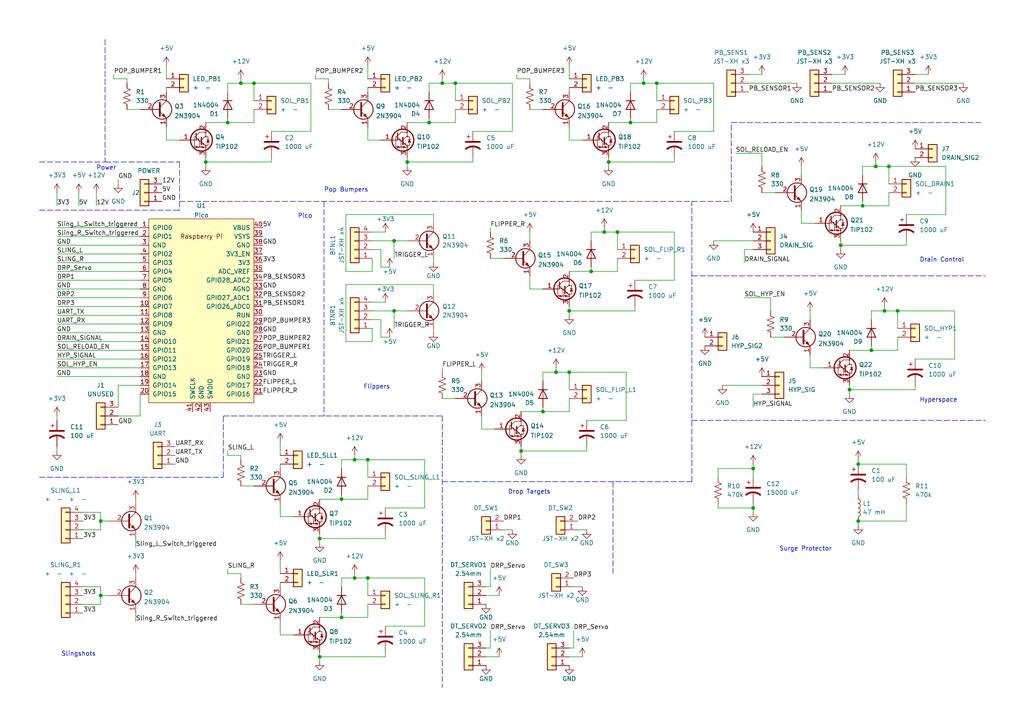
<source format=kicad_sch>
(kicad_sch (version 20211123) (generator eeschema)
  (paper "A4")
  (lib_symbols
    (symbol "Connector_Generic:Conn_01x02" (pin_names (offset 1.016) hide)
      (property "Reference" "J" (at 0 2.54 0))
      (property "Value" "Conn_01x02" (at 0 -5.08 0))
      (symbol "Conn_01x02_1_1"
        (pin passive line (at -5.08 0 0) (length 3.81) (name "Pin_1") (number "1"))
        (pin passive line (at -5.08 -2.54 0) (length 3.81) (name "Pin_2") (number "2"))
      )
    )
    (symbol "Connector_Generic:Conn_01x03" (pin_names (offset 1.016) hide)
      (property "Reference" "J" (at 0 5.08 0))
      (property "Value" "Conn_01x03" (at 0 -5.08 0))
      (symbol "Conn_01x03_1_1"
        (pin passive line (at -5.08 2.54 0) (length 3.81) (name "Pin_1") (number "1"))
        (pin passive line (at -5.08 0 0) (length 3.81) (name "Pin_2") (number "2"))
        (pin passive line (at -5.08 -2.54 0) (length 3.81) (name "Pin_3") (number "3"))
      )
    )
    (symbol "Connector_Generic:Conn_01x04" (pin_names (offset 1.016) hide)
      (property "Reference" "J" (at 0 5.08 0))
      (property "Value" "Conn_01x04" (at 0 -7.62 0))
      (symbol "Conn_01x04_1_1"
        (pin passive line (at -5.08 2.54 0) (length 3.81) (name "Pin_1") (number "1"))
        (pin passive line (at -5.08 0 0) (length 3.81) (name "Pin_2") (number "2"))
        (pin passive line (at -5.08 -2.54 0) (length 3.81) (name "Pin_3") (number "3"))
        (pin passive line (at -5.08 -5.08 0) (length 3.81) (name "Pin_4") (number "4"))
      )
    )
    (symbol "Device:C_Polarized_US" (pin_numbers hide) (pin_names (offset 0.254) hide)
      (property "Reference" "C" (at 0.635 2.54 0))
      (property "Value" "C_Polarized_US" (at 0.635 -2.54 0))
      (symbol "C_Polarized_US_1_1"
        (pin passive line (at 0 3.81 270) (length 2.794) (name "~") (number "1"))
        (pin passive line (at 0 -3.81 90) (length 3.302) (name "~") (number "2"))
      )
    )
    (symbol "Device:L" (pin_numbers hide) (pin_names (offset 1.016) hide)
      (property "Reference" "L" (at -1.27 0 90))
      (property "Value" "L" (at 1.905 0 90))
      (symbol "L_1_1"
        (pin passive line (at 0 3.81 270) (length 1.27) (name "1") (number "1"))
        (pin passive line (at 0 -3.81 90) (length 1.27) (name "2") (number "2"))
      )
    )
    (symbol "Device:R_US" (pin_numbers hide) (pin_names (offset 0))
      (property "Reference" "R" (at 2.54 0 90))
      (property "Value" "R_US" (at -2.54 0 90))
      (symbol "R_US_1_1"
        (pin passive line (at 0 3.81 270) (length 1.27) (name "~") (number "1"))
        (pin passive line (at 0 -3.81 90) (length 1.27) (name "~") (number "2"))
      )
    )
    (symbol "Diode:1N4004" (pin_numbers hide) (pin_names (offset 1.016) hide)
      (property "Reference" "D" (at 0 2.54 0))
      (property "Value" "1N4004" (at 0 -2.54 0))
      (symbol "1N4004_1_1"
        (pin passive line (at -3.81 0 0) (length 2.54) (name "K") (number "1"))
        (pin passive line (at 3.81 0 180) (length 2.54) (name "A") (number "2"))
      )
    )
    (symbol "Raspberry-Pi:Pico" (pin_names (offset 1.016))
      (property "Reference" "U" (at -13.97 27.94 0))
      (property "Value" "Pico" (at 0 19.05 0))
      (symbol "Pico_0_0"
        (text "Raspberry Pi" (at 0 21.59 0) (effects (font (size 1.27 1.27))))
      )
      (symbol "Pico_1_1"
        (pin bidirectional line (at -17.78 24.13 0) (length 2.54) (name "GPIO0") (number "1"))
        (pin bidirectional line (at -17.78 1.27 0) (length 2.54) (name "GPIO7") (number "10"))
        (pin bidirectional line (at -17.78 -1.27 0) (length 2.54) (name "GPIO8") (number "11"))
        (pin bidirectional line (at -17.78 -3.81 0) (length 2.54) (name "GPIO9") (number "12"))
        (pin power_in line (at -17.78 -6.35 0) (length 2.54) (name "GND") (number "13"))
        (pin bidirectional line (at -17.78 -8.89 0) (length 2.54) (name "GPIO10") (number "14"))
        (pin bidirectional line (at -17.78 -11.43 0) (length 2.54) (name "GPIO11") (number "15"))
        (pin bidirectional line (at -17.78 -13.97 0) (length 2.54) (name "GPIO12") (number "16"))
        (pin bidirectional line (at -17.78 -16.51 0) (length 2.54) (name "GPIO13") (number "17"))
        (pin power_in line (at -17.78 -19.05 0) (length 2.54) (name "GND") (number "18"))
        (pin bidirectional line (at -17.78 -21.59 0) (length 2.54) (name "GPIO14") (number "19"))
        (pin bidirectional line (at -17.78 21.59 0) (length 2.54) (name "GPIO1") (number "2"))
        (pin bidirectional line (at -17.78 -24.13 0) (length 2.54) (name "GPIO15") (number "20"))
        (pin bidirectional line (at 17.78 -24.13 180) (length 2.54) (name "GPIO16") (number "21"))
        (pin bidirectional line (at 17.78 -21.59 180) (length 2.54) (name "GPIO17") (number "22"))
        (pin power_in line (at 17.78 -19.05 180) (length 2.54) (name "GND") (number "23"))
        (pin bidirectional line (at 17.78 -16.51 180) (length 2.54) (name "GPIO18") (number "24"))
        (pin bidirectional line (at 17.78 -13.97 180) (length 2.54) (name "GPIO19") (number "25"))
        (pin bidirectional line (at 17.78 -11.43 180) (length 2.54) (name "GPIO20") (number "26"))
        (pin bidirectional line (at 17.78 -8.89 180) (length 2.54) (name "GPIO21") (number "27"))
        (pin power_in line (at 17.78 -6.35 180) (length 2.54) (name "GND") (number "28"))
        (pin bidirectional line (at 17.78 -3.81 180) (length 2.54) (name "GPIO22") (number "29"))
        (pin power_in line (at -17.78 19.05 0) (length 2.54) (name "GND") (number "3"))
        (pin input line (at 17.78 -1.27 180) (length 2.54) (name "RUN") (number "30"))
        (pin bidirectional line (at 17.78 1.27 180) (length 2.54) (name "GPIO26_ADC0") (number "31"))
        (pin bidirectional line (at 17.78 3.81 180) (length 2.54) (name "GPIO27_ADC1") (number "32"))
        (pin power_in line (at 17.78 6.35 180) (length 2.54) (name "AGND") (number "33"))
        (pin bidirectional line (at 17.78 8.89 180) (length 2.54) (name "GPIO28_ADC2") (number "34"))
        (pin unspecified line (at 17.78 11.43 180) (length 2.54) (name "ADC_VREF") (number "35"))
        (pin unspecified line (at 17.78 13.97 180) (length 2.54) (name "3V3") (number "36"))
        (pin input line (at 17.78 16.51 180) (length 2.54) (name "3V3_EN") (number "37"))
        (pin bidirectional line (at 17.78 19.05 180) (length 2.54) (name "GND") (number "38"))
        (pin unspecified line (at 17.78 21.59 180) (length 2.54) (name "VSYS") (number "39"))
        (pin bidirectional line (at -17.78 16.51 0) (length 2.54) (name "GPIO2") (number "4"))
        (pin unspecified line (at 17.78 24.13 180) (length 2.54) (name "VBUS") (number "40"))
        (pin input line (at -2.54 -29.21 90) (length 2.54) (name "SWCLK") (number "41"))
        (pin power_in line (at 0 -29.21 90) (length 2.54) (name "GND") (number "42"))
        (pin bidirectional line (at 2.54 -29.21 90) (length 2.54) (name "SWDIO") (number "43"))
        (pin bidirectional line (at -17.78 13.97 0) (length 2.54) (name "GPIO3") (number "5"))
        (pin bidirectional line (at -17.78 11.43 0) (length 2.54) (name "GPIO4") (number "6"))
        (pin bidirectional line (at -17.78 8.89 0) (length 2.54) (name "GPIO5") (number "7"))
        (pin power_in line (at -17.78 6.35 0) (length 2.54) (name "GND") (number "8"))
        (pin bidirectional line (at -17.78 3.81 0) (length 2.54) (name "GPIO6") (number "9"))
      )
    )
    (symbol "Transistor_BJT:2N3904" (pin_names (offset 0) hide)
      (property "Reference" "Q" (at 5.08 1.905 0))
      (property "Value" "2N3904" (at 5.08 0 0))
      (symbol "2N3904_1_1"
        (pin passive line (at 2.54 -5.08 90) (length 2.54) (name "E") (number "1"))
        (pin passive line (at -5.08 0 0) (length 5.715) (name "B") (number "2"))
        (pin passive line (at 2.54 5.08 270) (length 2.54) (name "C") (number "3"))
      )
    )
    (symbol "Transistor_BJT:TIP120" (pin_names (offset 0) hide)
      (property "Reference" "Q" (at 5.08 1.905 0))
      (property "Value" "TIP120" (at 5.08 0 0))
      (symbol "TIP120_1_1"
        (pin input line (at -5.08 0 0) (length 3.81) (name "B") (number "1"))
        (pin passive line (at 2.54 5.08 270) (length 2.667) (name "C") (number "2"))
        (pin passive line (at 2.54 -5.08 90) (length 2.54) (name "E") (number "3"))
      )
    )
    (symbol "power:+12V" (power) (pin_names (offset 0))
      (property "Value" "+12V" (at 0 3.556 0))
      (symbol "+12V_1_1"
        (pin power_in line (at 0 0 90) (length 0) hide (name "+12V") (number "1"))
      )
    )
    (symbol "power:+3.3V" (power) (pin_names (offset 0))
      (property "Value" "+3.3V" (at 0 3.556 0))
      (symbol "+3.3V_1_1"
        (pin power_in line (at 0 0 90) (length 0) hide (name "+3V3") (number "1"))
      )
    )
    (symbol "power:+5V" (power) (pin_names (offset 0))
      (property "Value" "+5V" (at 0 3.556 0))
      (symbol "+5V_1_1"
        (pin power_in line (at 0 0 90) (length 0) hide (name "+5V") (number "1"))
      )
    )
    (symbol "power:GND" (power) (pin_names (offset 0))
      (property "Value" "GND" (at 0 -3.81 0))
      (symbol "GND_1_1"
        (pin power_in line (at 0 0 270) (length 0) hide (name "GND") (number "1"))
      )
    )
  )
  (junction (at 190.5 24.13))
  (junction (at 102.87 133.35))
  (junction (at 132.08 24.13))
  (junction (at 252.73 101.6))
  (junction (at 157.48 119.38))
  (junction (at 176.53 46.99))
  (junction (at 218.44 135.89))
  (junction (at 171.45 78.74))
  (junction (at 218.44 147.32))
  (junction (at 256.54 90.17))
  (junction (at 165.1 90.17))
  (junction (at 29.21 172.72))
  (junction (at 106.68 133.35))
  (junction (at 118.11 46.99))
  (junction (at 73.66 24.13))
  (junction (at 59.69 46.99))
  (junction (at 260.35 90.17))
  (junction (at 99.06 179.07))
  (junction (at 66.04 35.56))
  (junction (at 114.3 90.17))
  (junction (at 92.71 190.5))
  (junction (at 179.07 67.31))
  (junction (at 106.68 167.64))
  (junction (at 257.81 48.26))
  (junction (at 102.87 167.64))
  (junction (at 69.85 24.13))
  (junction (at 29.21 151.13))
  (junction (at 186.69 24.13))
  (junction (at 124.46 35.56))
  (junction (at 248.92 134.62))
  (junction (at 151.13 130.81))
  (junction (at 175.26 67.31))
  (junction (at 250.19 59.69))
  (junction (at 254 48.26))
  (junction (at 165.1 107.95))
  (junction (at 161.29 107.95))
  (junction (at 182.88 35.56))
  (junction (at 248.92 151.13))
  (junction (at 243.84 71.12))
  (junction (at 99.06 144.78))
  (junction (at 128.27 24.13))
  (junction (at 114.3 69.85))
  (junction (at 92.71 156.21))
  (junction (at 246.38 113.03))
  (wire (pts (xy 110.49 97.79) (xy 113.03 97.79)))
  (wire (pts (xy 27.94 55.88) (xy 27.94 59.69)))
  (wire (pts (xy 16.51 71.12) (xy 40.64 71.12)))
  (wire (pts (xy 66.04 132.08) (xy 66.04 130.81)))
  (wire (pts (xy 142.24 74.93) (xy 146.05 74.93)))
  (wire (pts (xy 16.51 106.68) (xy 40.64 106.68)))
  (wire (pts (xy 243.84 71.12) (xy 243.84 72.39)))
  (wire (pts (xy 142.24 170.18) (xy 140.97 170.18)))
  (wire (pts (xy 151.13 130.81) (xy 151.13 132.08)))
  (wire (pts (xy 90.17 38.1) (xy 78.74 38.1)))
  (wire (pts (xy 107.95 74.93) (xy 107.95 78.74)))
  (wire (pts (xy 107.95 92.71) (xy 110.49 92.71)))
  (wire (pts (xy 149.86 22.86) (xy 149.86 21.59)))
  (wire (pts (xy 234.95 106.68) (xy 238.76 106.68)))
  (wire (pts (xy 182.88 34.29) (xy 182.88 35.56)))
  (wire (pts (xy 16.51 68.58) (xy 40.64 68.58)))
  (wire (pts (xy 246.38 113.03) (xy 246.38 114.3)))
  (wire (pts (xy 16.51 73.66) (xy 40.64 73.66)))
  (wire (pts (xy 207.01 38.1) (xy 207.01 24.13)))
  (wire (pts (xy 165.1 25.4) (xy 165.1 26.67)))
  (wire (pts (xy 66.04 166.37) (xy 66.04 165.1)))
  (wire (pts (xy 125.73 64.77) (xy 125.73 62.23)))
  (wire (pts (xy 262.89 146.05) (xy 262.89 151.13)))
  (wire (pts (xy 59.69 35.56) (xy 66.04 35.56)))
  (wire (pts (xy 250.19 50.8) (xy 250.19 48.26)))
  (polyline (pts (xy 177.8 139.7) (xy 177.8 166.37)))
  (wire (pts (xy 161.29 106.68) (xy 161.29 107.95)))
  (wire (pts (xy 106.68 167.64) (xy 106.68 172.72)))
  (polyline (pts (xy 200.66 139.7) (xy 200.66 58.42)))
  (wire (pts (xy 106.68 25.4) (xy 106.68 26.67)))
  (wire (pts (xy 114.3 69.85) (xy 114.3 74.93)))
  (wire (pts (xy 123.19 147.32) (xy 123.19 133.35)))
  (wire (pts (xy 69.85 24.13) (xy 73.66 24.13)))
  (wire (pts (xy 16.51 93.98) (xy 40.64 93.98)))
  (polyline (pts (xy 11.43 60.96) (xy 52.07 60.96)))
  (wire (pts (xy 166.37 170.18) (xy 168.91 170.18)))
  (wire (pts (xy 257.81 59.69) (xy 257.81 55.88)))
  (wire (pts (xy 90.17 24.13) (xy 73.66 24.13)))
  (wire (pts (xy 125.73 85.09) (xy 125.73 82.55)))
  (wire (pts (xy 220.98 55.88) (xy 224.79 55.88)))
  (wire (pts (xy 124.46 35.56) (xy 132.08 35.56)))
  (wire (pts (xy 48.26 40.64) (xy 52.07 40.64)))
  (wire (pts (xy 39.37 177.8) (xy 39.37 180.34)))
  (wire (pts (xy 92.71 179.07) (xy 99.06 179.07)))
  (wire (pts (xy 139.7 124.46) (xy 143.51 124.46)))
  (wire (pts (xy 16.51 91.44) (xy 40.64 91.44)))
  (wire (pts (xy 243.84 59.69) (xy 250.19 59.69)))
  (wire (pts (xy 128.27 22.86) (xy 128.27 24.13)))
  (wire (pts (xy 118.11 45.72) (xy 118.11 46.99)))
  (wire (pts (xy 182.88 24.13) (xy 186.69 24.13)))
  (wire (pts (xy 276.86 104.14) (xy 276.86 90.17)))
  (wire (pts (xy 110.49 77.47) (xy 113.03 77.47)))
  (wire (pts (xy 207.01 38.1) (xy 195.58 38.1)))
  (wire (pts (xy 151.13 129.54) (xy 151.13 130.81)))
  (wire (pts (xy 16.51 81.28) (xy 40.64 81.28)))
  (wire (pts (xy 208.28 147.32) (xy 218.44 147.32)))
  (wire (pts (xy 111.76 154.94) (xy 111.76 156.21)))
  (wire (pts (xy 114.3 90.17) (xy 114.3 95.25)))
  (polyline (pts (xy 52.07 58.42) (xy 52.07 60.96)))
  (wire (pts (xy 250.19 58.42) (xy 250.19 59.69)))
  (wire (pts (xy 48.26 19.05) (xy 48.26 22.86)))
  (wire (pts (xy 102.87 132.08) (xy 102.87 133.35)))
  (wire (pts (xy 123.19 133.35) (xy 106.68 133.35)))
  (wire (pts (xy 175.26 67.31) (xy 179.07 67.31)))
  (wire (pts (xy 36.83 31.75) (xy 40.64 31.75)))
  (wire (pts (xy 99.06 179.07) (xy 106.68 179.07)))
  (wire (pts (xy 218.44 114.3) (xy 218.44 118.11)))
  (wire (pts (xy 248.92 133.35) (xy 248.92 134.62)))
  (wire (pts (xy 125.73 95.25) (xy 125.73 96.52)))
  (wire (pts (xy 246.38 113.03) (xy 265.43 113.03)))
  (polyline (pts (xy 200.66 80.01) (xy 285.75 80.01)))
  (wire (pts (xy 250.19 48.26) (xy 254 48.26)))
  (wire (pts (xy 123.19 167.64) (xy 106.68 167.64)))
  (wire (pts (xy 110.49 92.71) (xy 110.49 97.79)))
  (wire (pts (xy 106.68 40.64) (xy 110.49 40.64)))
  (wire (pts (xy 48.26 25.4) (xy 48.26 26.67)))
  (wire (pts (xy 69.85 140.97) (xy 73.66 140.97)))
  (wire (pts (xy 171.45 77.47) (xy 171.45 78.74)))
  (wire (pts (xy 165.1 36.83) (xy 165.1 40.64)))
  (wire (pts (xy 140.97 190.5) (xy 144.78 190.5)))
  (wire (pts (xy 69.85 22.86) (xy 69.85 24.13)))
  (wire (pts (xy 207.01 24.13) (xy 190.5 24.13)))
  (wire (pts (xy 66.04 26.67) (xy 66.04 24.13)))
  (wire (pts (xy 29.21 170.18) (xy 29.21 172.72)))
  (wire (pts (xy 66.04 34.29) (xy 66.04 35.56)))
  (wire (pts (xy 107.95 87.63) (xy 111.76 87.63)))
  (wire (pts (xy 176.53 46.99) (xy 195.58 46.99)))
  (wire (pts (xy 167.64 153.67) (xy 170.18 153.67)))
  (wire (pts (xy 166.37 187.96) (xy 166.37 182.88)))
  (wire (pts (xy 165.1 107.95) (xy 165.1 113.03)))
  (wire (pts (xy 157.48 110.49) (xy 157.48 107.95)))
  (wire (pts (xy 16.51 96.52) (xy 40.64 96.52)))
  (wire (pts (xy 217.17 24.13) (xy 231.14 24.13)))
  (wire (pts (xy 254 48.26) (xy 257.81 48.26)))
  (wire (pts (xy 153.67 83.82) (xy 157.48 83.82)))
  (wire (pts (xy 16.51 99.06) (xy 40.64 99.06)))
  (wire (pts (xy 92.71 154.94) (xy 92.71 156.21)))
  (wire (pts (xy 90.17 38.1) (xy 90.17 24.13)))
  (wire (pts (xy 33.02 22.86) (xy 33.02 21.59)))
  (wire (pts (xy 265.43 111.76) (xy 265.43 113.03)))
  (wire (pts (xy 248.92 151.13) (xy 248.92 152.4)))
  (wire (pts (xy 153.67 67.31) (xy 153.67 69.85)))
  (wire (pts (xy 99.06 144.78) (xy 106.68 144.78)))
  (wire (pts (xy 92.71 144.78) (xy 99.06 144.78)))
  (wire (pts (xy 78.74 45.72) (xy 78.74 46.99)))
  (wire (pts (xy 171.45 69.85) (xy 171.45 67.31)))
  (wire (pts (xy 100.33 78.74) (xy 100.33 62.23)))
  (wire (pts (xy 16.51 130.81) (xy 16.51 129.54)))
  (polyline (pts (xy 212.09 35.56) (xy 284.48 35.56)))
  (wire (pts (xy 39.37 156.21) (xy 39.37 158.75)))
  (wire (pts (xy 220.98 44.45) (xy 220.98 48.26)))
  (wire (pts (xy 195.58 81.28) (xy 184.15 81.28)))
  (wire (pts (xy 165.1 119.38) (xy 165.1 115.57)))
  (wire (pts (xy 16.51 88.9) (xy 40.64 88.9)))
  (wire (pts (xy 262.89 151.13) (xy 248.92 151.13)))
  (wire (pts (xy 99.06 170.18) (xy 99.06 167.64)))
  (wire (pts (xy 39.37 144.78) (xy 39.37 146.05)))
  (wire (pts (xy 176.53 35.56) (xy 182.88 35.56)))
  (wire (pts (xy 106.68 133.35) (xy 106.68 138.43)))
  (wire (pts (xy 165.1 90.17) (xy 184.15 90.17)))
  (wire (pts (xy 29.21 151.13) (xy 29.21 153.67)))
  (polyline (pts (xy 52.07 58.42) (xy 212.09 58.42)))
  (wire (pts (xy 92.71 156.21) (xy 92.71 157.48)))
  (wire (pts (xy 148.59 24.13) (xy 132.08 24.13)))
  (wire (pts (xy 125.73 74.93) (xy 125.73 76.2)))
  (wire (pts (xy 157.48 118.11) (xy 157.48 119.38)))
  (wire (pts (xy 100.33 99.06) (xy 100.33 82.55)))
  (wire (pts (xy 153.67 31.75) (xy 157.48 31.75)))
  (wire (pts (xy 142.24 66.04) (xy 142.24 67.31)))
  (wire (pts (xy 99.06 135.89) (xy 99.06 133.35)))
  (wire (pts (xy 118.11 69.85) (xy 114.3 69.85)))
  (wire (pts (xy 128.27 106.68) (xy 128.27 107.95)))
  (wire (pts (xy 29.21 172.72) (xy 31.75 172.72)))
  (wire (pts (xy 29.21 153.67) (xy 24.13 153.67)))
  (wire (pts (xy 95.25 22.86) (xy 95.25 24.13)))
  (wire (pts (xy 195.58 45.72) (xy 195.58 46.99)))
  (wire (pts (xy 16.51 55.88) (xy 16.51 59.69)))
  (wire (pts (xy 151.13 119.38) (xy 157.48 119.38)))
  (wire (pts (xy 246.38 101.6) (xy 252.73 101.6)))
  (polyline (pts (xy 128.27 120.65) (xy 128.27 199.39)))
  (wire (pts (xy 220.98 21.59) (xy 217.17 21.59)))
  (wire (pts (xy 124.46 24.13) (xy 128.27 24.13)))
  (wire (pts (xy 66.04 166.37) (xy 69.85 166.37)))
  (wire (pts (xy 181.61 121.92) (xy 170.18 121.92)))
  (wire (pts (xy 114.3 90.17) (xy 107.95 90.17)))
  (wire (pts (xy 142.24 187.96) (xy 142.24 182.88)))
  (wire (pts (xy 16.51 109.22) (xy 40.64 109.22)))
  (wire (pts (xy 102.87 166.37) (xy 102.87 167.64)))
  (wire (pts (xy 59.69 45.72) (xy 59.69 46.99)))
  (wire (pts (xy 252.73 92.71) (xy 252.73 90.17)))
  (wire (pts (xy 170.18 129.54) (xy 170.18 130.81)))
  (wire (pts (xy 114.3 69.85) (xy 107.95 69.85)))
  (wire (pts (xy 128.27 24.13) (xy 132.08 24.13)))
  (wire (pts (xy 218.44 134.62) (xy 218.44 135.89)))
  (wire (pts (xy 232.41 48.26) (xy 232.41 50.8)))
  (wire (pts (xy 146.05 153.67) (xy 148.59 153.67)))
  (wire (pts (xy 40.64 120.65) (xy 40.64 114.3)))
  (wire (pts (xy 118.11 46.99) (xy 118.11 48.26)))
  (wire (pts (xy 262.89 134.62) (xy 248.92 134.62)))
  (wire (pts (xy 59.69 46.99) (xy 78.74 46.99)))
  (polyline (pts (xy 212.09 58.42) (xy 212.09 35.56)))
  (wire (pts (xy 182.88 35.56) (xy 190.5 35.56)))
  (wire (pts (xy 208.28 135.89) (xy 218.44 135.89)))
  (wire (pts (xy 248.92 143.51) (xy 248.92 142.24)))
  (wire (pts (xy 107.95 99.06) (xy 100.33 99.06)))
  (wire (pts (xy 91.44 22.86) (xy 95.25 22.86)))
  (wire (pts (xy 274.32 62.23) (xy 262.89 62.23)))
  (wire (pts (xy 165.1 190.5) (xy 168.91 190.5)))
  (polyline (pts (xy 30.48 11.43) (xy 30.48 46.99)))
  (wire (pts (xy 186.69 22.86) (xy 186.69 24.13)))
  (wire (pts (xy 262.89 138.43) (xy 262.89 134.62)))
  (wire (pts (xy 137.16 45.72) (xy 137.16 46.99)))
  (wire (pts (xy 179.07 78.74) (xy 179.07 74.93)))
  (wire (pts (xy 69.85 166.37) (xy 69.85 167.64)))
  (polyline (pts (xy 64.77 120.65) (xy 128.27 120.65)))
  (wire (pts (xy 257.81 48.26) (xy 257.81 53.34)))
  (wire (pts (xy 91.44 22.86) (xy 91.44 21.59)))
  (wire (pts (xy 181.61 121.92) (xy 181.61 107.95)))
  (wire (pts (xy 16.51 83.82) (xy 40.64 83.82)))
  (wire (pts (xy 157.48 107.95) (xy 161.29 107.95)))
  (wire (pts (xy 99.06 143.51) (xy 99.06 144.78)))
  (wire (pts (xy 252.73 90.17) (xy 256.54 90.17)))
  (wire (pts (xy 48.26 36.83) (xy 48.26 40.64)))
  (wire (pts (xy 215.9 72.39) (xy 215.9 76.2)))
  (polyline (pts (xy 93.98 58.42) (xy 93.98 120.65)))
  (wire (pts (xy 92.71 190.5) (xy 92.71 191.77)))
  (wire (pts (xy 218.44 135.89) (xy 218.44 138.43)))
  (wire (pts (xy 254 46.99) (xy 254 48.26)))
  (wire (pts (xy 250.19 59.69) (xy 257.81 59.69)))
  (polyline (pts (xy 52.07 46.99) (xy 52.07 58.42)))
  (wire (pts (xy 256.54 90.17) (xy 260.35 90.17)))
  (wire (pts (xy 81.28 149.86) (xy 85.09 149.86)))
  (wire (pts (xy 107.95 67.31) (xy 111.76 67.31)))
  (wire (pts (xy 186.69 24.13) (xy 190.5 24.13)))
  (wire (pts (xy 81.28 128.27) (xy 81.28 132.08)))
  (wire (pts (xy 102.87 133.35) (xy 106.68 133.35)))
  (wire (pts (xy 118.11 35.56) (xy 124.46 35.56)))
  (wire (pts (xy 107.95 72.39) (xy 110.49 72.39)))
  (wire (pts (xy 92.71 189.23) (xy 92.71 190.5)))
  (wire (pts (xy 223.52 86.36) (xy 223.52 90.17)))
  (wire (pts (xy 106.68 36.83) (xy 106.68 40.64)))
  (wire (pts (xy 184.15 88.9) (xy 184.15 90.17)))
  (wire (pts (xy 153.67 80.01) (xy 153.67 83.82)))
  (wire (pts (xy 59.69 46.99) (xy 59.69 48.26)))
  (wire (pts (xy 123.19 181.61) (xy 123.19 167.64)))
  (wire (pts (xy 207.01 69.85) (xy 218.44 69.85)))
  (wire (pts (xy 165.1 88.9) (xy 165.1 90.17)))
  (wire (pts (xy 36.83 22.86) (xy 36.83 24.13)))
  (wire (pts (xy 123.19 147.32) (xy 111.76 147.32)))
  (wire (pts (xy 157.48 119.38) (xy 165.1 119.38)))
  (wire (pts (xy 29.21 175.26) (xy 24.13 175.26)))
  (wire (pts (xy 149.86 22.86) (xy 153.67 22.86)))
  (wire (pts (xy 24.13 170.18) (xy 29.21 170.18)))
  (wire (pts (xy 165.1 40.64) (xy 168.91 40.64)))
  (wire (pts (xy 100.33 62.23) (xy 125.73 62.23)))
  (wire (pts (xy 208.28 146.05) (xy 208.28 147.32)))
  (wire (pts (xy 179.07 67.31) (xy 179.07 72.39)))
  (wire (pts (xy 274.32 62.23) (xy 274.32 48.26)))
  (wire (pts (xy 118.11 46.99) (xy 137.16 46.99)))
  (wire (pts (xy 132.08 35.56) (xy 132.08 31.75)))
  (wire (pts (xy 34.29 52.07) (xy 34.29 53.34)))
  (wire (pts (xy 16.51 78.74) (xy 40.64 78.74)))
  (wire (pts (xy 234.95 102.87) (xy 234.95 106.68)))
  (wire (pts (xy 95.25 31.75) (xy 99.06 31.75)))
  (wire (pts (xy 190.5 24.13) (xy 190.5 29.21)))
  (wire (pts (xy 24.13 148.59) (xy 29.21 148.59)))
  (wire (pts (xy 81.28 146.05) (xy 81.28 149.86)))
  (wire (pts (xy 100.33 82.55) (xy 125.73 82.55)))
  (wire (pts (xy 81.28 168.91) (xy 81.28 170.18)))
  (polyline (pts (xy 11.43 138.43) (xy 64.77 138.43)))
  (wire (pts (xy 142.24 187.96) (xy 140.97 187.96)))
  (wire (pts (xy 81.28 180.34) (xy 81.28 184.15)))
  (wire (pts (xy 34.29 111.76) (xy 34.29 118.11)))
  (wire (pts (xy 124.46 26.67) (xy 124.46 24.13)))
  (wire (pts (xy 175.26 66.04) (xy 175.26 67.31)))
  (wire (pts (xy 99.06 177.8) (xy 99.06 179.07)))
  (wire (pts (xy 220.98 44.45) (xy 213.36 44.45)))
  (wire (pts (xy 190.5 35.56) (xy 190.5 31.75)))
  (wire (pts (xy 29.21 151.13) (xy 31.75 151.13)))
  (wire (pts (xy 99.06 167.64) (xy 102.87 167.64)))
  (polyline (pts (xy 200.66 121.92) (xy 285.75 121.92)))
  (polyline (pts (xy 64.77 138.43) (xy 64.77 120.65)))
  (wire (pts (xy 73.66 24.13) (xy 73.66 29.21)))
  (wire (pts (xy 165.1 19.05) (xy 165.1 22.86)))
  (wire (pts (xy 234.95 90.17) (xy 234.95 92.71)))
  (wire (pts (xy 218.44 148.59) (xy 218.44 147.32)))
  (wire (pts (xy 165.1 78.74) (xy 171.45 78.74)))
  (wire (pts (xy 176.53 45.72) (xy 176.53 46.99)))
  (wire (pts (xy 265.43 24.13) (xy 279.4 24.13)))
  (wire (pts (xy 245.11 21.59) (xy 241.3 21.59)))
  (wire (pts (xy 260.35 101.6) (xy 260.35 97.79)))
  (wire (pts (xy 22.86 55.88) (xy 22.86 59.69)))
  (wire (pts (xy 111.76 189.23) (xy 111.76 190.5)))
  (wire (pts (xy 81.28 162.56) (xy 81.28 166.37)))
  (wire (pts (xy 260.35 90.17) (xy 260.35 95.25)))
  (wire (pts (xy 223.52 86.36) (xy 215.9 86.36)))
  (wire (pts (xy 107.95 95.25) (xy 107.95 99.06)))
  (wire (pts (xy 66.04 24.13) (xy 69.85 24.13)))
  (wire (pts (xy 276.86 104.14) (xy 265.43 104.14)))
  (wire (pts (xy 171.45 67.31) (xy 175.26 67.31)))
  (wire (pts (xy 276.86 90.17) (xy 260.35 90.17)))
  (wire (pts (xy 269.24 21.59) (xy 265.43 21.59)))
  (wire (pts (xy 132.08 24.13) (xy 132.08 29.21)))
  (wire (pts (xy 148.59 38.1) (xy 148.59 24.13)))
  (wire (pts (xy 102.87 167.64) (xy 106.68 167.64)))
  (wire (pts (xy 66.04 35.56) (xy 73.66 35.56)))
  (wire (pts (xy 39.37 166.37) (xy 39.37 167.64)))
  (wire (pts (xy 171.45 78.74) (xy 179.07 78.74)))
  (wire (pts (xy 246.38 111.76) (xy 246.38 113.03)))
  (wire (pts (xy 181.61 107.95) (xy 165.1 107.95)))
  (wire (pts (xy 29.21 172.72) (xy 29.21 175.26)))
  (wire (pts (xy 148.59 38.1) (xy 137.16 38.1)))
  (wire (pts (xy 106.68 144.78) (xy 106.68 140.97)))
  (wire (pts (xy 69.85 132.08) (xy 69.85 133.35)))
  (wire (pts (xy 29.21 148.59) (xy 29.21 151.13)))
  (wire (pts (xy 165.1 90.17) (xy 165.1 91.44)))
  (wire (pts (xy 243.84 69.85) (xy 243.84 71.12)))
  (wire (pts (xy 66.04 132.08) (xy 69.85 132.08)))
  (wire (pts (xy 106.68 179.07) (xy 106.68 175.26)))
  (wire (pts (xy 69.85 175.26) (xy 73.66 175.26)))
  (polyline (pts (xy 11.43 46.99) (xy 30.48 46.99)))
  (wire (pts (xy 274.32 48.26) (xy 257.81 48.26)))
  (wire (pts (xy 232.41 60.96) (xy 232.41 64.77)))
  (wire (pts (xy 81.28 134.62) (xy 81.28 135.89)))
  (wire (pts (xy 16.51 86.36) (xy 40.64 86.36)))
  (wire (pts (xy 140.97 172.72) (xy 144.78 172.72)))
  (wire (pts (xy 16.51 104.14) (xy 40.64 104.14)))
  (wire (pts (xy 110.49 72.39) (xy 110.49 77.47)))
  (wire (pts (xy 218.44 72.39) (xy 215.9 72.39)))
  (wire (pts (xy 208.28 138.43) (xy 208.28 135.89)))
  (wire (pts (xy 99.06 133.35) (xy 102.87 133.35)))
  (wire (pts (xy 16.51 66.04) (xy 40.64 66.04)))
  (wire (pts (xy 73.66 35.56) (xy 73.66 31.75)))
  (wire (pts (xy 34.29 120.65) (xy 40.64 120.65)))
  (wire (pts (xy 128.27 115.57) (xy 132.08 115.57)))
  (wire (pts (xy 139.7 120.65) (xy 139.7 124.46)))
  (wire (pts (xy 40.64 111.76) (xy 34.29 111.76)))
  (wire (pts (xy 142.24 170.18) (xy 142.24 165.1)))
  (wire (pts (xy 195.58 81.28) (xy 195.58 67.31)))
  (wire (pts (xy 16.51 120.65) (xy 16.51 121.92)))
  (wire (pts (xy 252.73 101.6) (xy 260.35 101.6)))
  (wire (pts (xy 124.46 34.29) (xy 124.46 35.56)))
  (wire (pts (xy 223.52 97.79) (xy 227.33 97.79)))
  (polyline (pts (xy 30.48 46.99) (xy 52.07 46.99)))
  (wire (pts (xy 232.41 64.77) (xy 236.22 64.77)))
  (wire (pts (xy 209.55 111.76) (xy 220.98 111.76)))
  (wire (pts (xy 195.58 67.31) (xy 179.07 67.31)))
  (wire (pts (xy 81.28 184.15) (xy 85.09 184.15)))
  (polyline (pts (xy 128.27 139.7) (xy 200.66 139.7)))
  (wire (pts (xy 256.54 88.9) (xy 256.54 90.17)))
  (wire (pts (xy 107.95 78.74) (xy 100.33 78.74)))
  (wire (pts (xy 16.51 101.6) (xy 40.64 101.6)))
  (wire (pts (xy 92.71 190.5) (xy 111.76 190.5)))
  (wire (pts (xy 243.84 71.12) (xy 262.89 71.12)))
  (wire (pts (xy 92.71 156.21) (xy 111.76 156.21)))
  (wire (pts (xy 33.02 22.86) (xy 36.83 22.86)))
  (wire (pts (xy 252.73 100.33) (xy 252.73 101.6)))
  (wire (pts (xy 106.68 19.05) (xy 106.68 22.86)))
  (wire (pts (xy 161.29 107.95) (xy 165.1 107.95)))
  (wire (pts (xy 153.67 22.86) (xy 153.67 24.13)))
  (wire (pts (xy 182.88 26.67) (xy 182.88 24.13)))
  (wire (pts (xy 220.98 114.3) (xy 218.44 114.3)))
  (wire (pts (xy 139.7 107.95) (xy 139.7 110.49)))
  (wire (pts (xy 218.44 147.32) (xy 218.44 146.05)))
  (wire (pts (xy 241.3 24.13) (xy 255.27 24.13)))
  (wire (pts (xy 166.37 187.96) (xy 165.1 187.96)))
  (wire (pts (xy 262.89 69.85) (xy 262.89 71.12)))
  (wire (pts (xy 176.53 46.99) (xy 176.53 48.26)))
  (wire (pts (xy 118.11 90.17) (xy 114.3 90.17)))
  (wire (pts (xy 151.13 130.81) (xy 170.18 130.81)))
  (wire (pts (xy 16.51 76.2) (xy 40.64 76.2)))
  (wire (pts (xy 123.19 181.61) (xy 111.76 181.61)))
  (text "Pico" (at 86.36 63.5 0) (effects (font (size 1.27 1.27)) (justify left bottom)))
  (text "Surge Protector" (at 241.3 160.02 180) (effects (font (size 1.27 1.27)) (justify right bottom)))
  (text "Hyperspace" (at 266.7 116.84 0) (effects (font (size 1.27 1.27)) (justify left bottom)))
  (text "Flippers" (at 105.41 113.03 0) (effects (font (size 1.27 1.27)) (justify left bottom)))
  (text "Power" (at 27.94 49.53 0) (effects (font (size 1.27 1.27)) (justify left bottom)))
  (text "Drain Control" (at 266.7 76.2 0) (effects (font (size 1.27 1.27)) (justify left bottom)))
  (text "Slingshots" (at 17.78 190.5 0) (effects (font (size 1.27 1.27)) (justify left bottom)))
  (text "Drop Targets" (at 147.32 143.51 0) (effects (font (size 1.27 1.27)) (justify left bottom)))
  (text "Pop Bumpers" (at 93.98 55.88 0) (effects (font (size 1.27 1.27)) (justify left bottom)))
  (label "Sling_L_Switch_triggered" (at 16.51 66.04 0))
  (label "POP_BUMPER1" (at 33.02 21.59 0))
  (label "SLING_R" (at 16.51 76.2 0))
  (label "DRP3" (at 166.37 167.64 0))
  (label "5V" (at 76.2 66.04 0))
  (label "PB_SENSOR3" (at 76.2 81.28 0))
  (label "GND" (at 16.51 83.82 0))
  (label "PB_SENSOR2" (at 241.3 26.67 0))
  (label "DRP2" (at 167.64 151.13 0))
  (label "GND" (at 34.29 52.07 0))
  (label "POP_BUMPER3" (at 149.86 21.59 0))
  (label "UART_RX" (at 50.8 129.54 0))
  (label "DRP_Servo" (at 16.51 78.74 0))
  (label "PB_SENSOR3" (at 265.43 26.67 0))
  (label "Sling_L_Switch_triggered" (at 39.37 158.75 0))
  (label "GND" (at 76.2 83.82 0))
  (label "3V3" (at 24.13 172.72 0))
  (label "POP_BUMPER2" (at 91.44 21.59 0))
  (label "GND" (at 76.2 71.12 0))
  (label "SLING_L" (at 16.51 73.66 0))
  (label "DRP3" (at 16.51 88.9 0))
  (label "GND" (at 50.8 134.62 0))
  (label "DRAIN_SIGNAL" (at 16.51 99.06 0))
  (label "3V3" (at 24.13 177.8 0))
  (label "TRIGGER_L" (at 114.3 74.93 0))
  (label "SOL_HYP_EN" (at 215.9 86.36 0))
  (label "HYP_SIGNAL" (at 218.44 118.11 0))
  (label "DRP_Servo" (at 142.24 182.88 0))
  (label "5V" (at 22.86 59.69 0))
  (label "GND" (at 16.51 71.12 0))
  (label "POP_BUMPER1" (at 76.2 101.6 0))
  (label "DRP1" (at 16.51 81.28 0))
  (label "12V" (at 27.94 59.69 0))
  (label "SOL_RELOAD_EN" (at 213.36 44.45 0))
  (label "GND" (at 46.99 58.42 0))
  (label "GND" (at 16.51 96.52 0))
  (label "UART_TX" (at 16.51 91.44 0))
  (label "PB_SENSOR2" (at 76.2 86.36 0))
  (label "DRP1" (at 146.05 151.13 0))
  (label "HYP_SIGNAL" (at 16.51 104.14 0))
  (label "TRIGGER_R" (at 114.3 95.25 0))
  (label "Sling_R_Switch_triggered" (at 16.51 68.58 0))
  (label "SLING_R" (at 66.04 165.1 0))
  (label "POP_BUMPER2" (at 76.2 99.06 0))
  (label "UART_TX" (at 50.8 132.08 0))
  (label "FLIPPER_R" (at 142.24 66.04 0))
  (label "PB_SENSOR1" (at 76.2 88.9 0))
  (label "TRIGGER_L" (at 76.2 104.14 0))
  (label "DRP2" (at 16.51 86.36 0))
  (label "Sling_R_Switch_triggered" (at 39.37 180.34 0))
  (label "FLIPPER_L" (at 128.27 106.68 0))
  (label "DRP_Servo" (at 142.24 165.1 0))
  (label "3V3" (at 24.13 156.21 0))
  (label "PB_SENSOR1" (at 217.17 26.67 0))
  (label "DRAIN_SIGNAL" (at 215.9 76.2 0))
  (label "3V3" (at 24.13 151.13 0))
  (label "GND" (at 76.2 96.52 0))
  (label "GND" (at 16.51 109.22 0))
  (label "GND" (at 34.29 123.19 0))
  (label "3V3" (at 16.51 59.69 0))
  (label "POP_BUMPER3" (at 76.2 93.98 0))
  (label "TRIGGER_R" (at 76.2 106.68 0))
  (label "12V" (at 46.99 53.34 0))
  (label "DRP_Servo" (at 166.37 182.88 0))
  (label "FLIPPER_R" (at 76.2 114.3 0))
  (label "5V" (at 46.99 55.88 0))
  (label "SLING_L" (at 66.04 130.81 0))
  (label "SOL_RELOAD_EN" (at 16.51 101.6 0))
  (label "FLIPPER_L" (at 76.2 111.76 0))
  (label "GND" (at 76.2 109.22 0))
  (label "SOL_HYP_EN" (at 16.51 106.68 0))
  (label "UART_RX" (at 16.51 93.98 0))
  (label "3V3" (at 76.2 76.2 0))
  (symbol (lib_id "Device:R_US") (at 128.27 111.76 0) (unit 1)
    (property "Reference" "R5" (at 130.81 110.4899 0) (effects (justify left)))
    (property "Value" "330" (at 130.81 113.0299 0) (effects (justify left)))
    (property "Footprint" "Resistor_THT:R_Axial_DIN0309_L9.0mm_D3.2mm_P12.70mm_Horizontal" (effects hide))
  )
  (symbol (lib_id "Connector_Generic:Conn_01x03") (at 226.06 111.76 0) (unit 1)
    (property "Reference" "J5" (at 228.6 110.4899 0) (effects (justify left)))
    (property "Value" "HYP_SIG" (at 228.6 113.0299 0) (effects (justify left)))
    (property "Footprint" "Connector_JST:JST_XH_B3B-XH-A_1x03_P2.50mm_Vertical" (effects hide))
  )
  (symbol (lib_id "Device:C_Polarized_US") (at 195.58 41.91 0) (unit 1)
    (property "Reference" "C8" (at 199.39 40.0049 0) (effects (justify left)))
    (property "Value" "1000 uF" (at 199.39 42.5449 0) (effects (justify left)))
    (property "Footprint" "Capacitor_THT:CP_Radial_D10.0mm_P5.00mm" (effects hide))
  )
  (symbol (lib_id "power:+3.3V") (at 245.11 21.59 0) (unit 1)
    (property "Reference" "#PWR054" (effects hide))
    (property "Value" "+3.3V" (at 245.11 16.51 0))
  )
  (symbol (lib_id "Transistor_BJT:2N3904") (at 123.19 69.85 0) (unit 1)
    (property "Reference" "Q11" (at 128.27 68.5799 0) (effects (justify left)))
    (property "Value" "2N3904" (at 128.27 71.1199 0) (effects (justify left)))
    (property "Footprint" "Package_TO_SOT_THT:TO-92_Inline" (effects hide))
    (property "Datasheet" "https://www.onsemi.com/pub/Collateral/2N3903-D.PDF" (effects hide))
  )
  (symbol (lib_id "Connector_Generic:Conn_01x02") (at 86.36 132.08 0) (unit 1)
    (property "Reference" "LED_SLL1" (at 88.9 132.0799 0) (effects (justify left)))
    (property "Value" "+  -" (at 88.9 134.6199 0) (effects (justify left)))
    (property "Footprint" "Connector_JST:JST_XH_B2B-XH-A_1x02_P2.50mm_Vertical" (effects hide))
  )
  (symbol (lib_id "Connector_Generic:Conn_01x02") (at 195.58 29.21 0) (unit 1)
    (property "Reference" "SOL_PB3" (at 198.12 29.2099 0) (effects (justify left)))
    (property "Value" "+  -" (at 198.12 31.7499 0) (effects (justify left)))
    (property "Footprint" "Connector_JST:JST_XH_B2B-XH-A_1x02_P2.50mm_Vertical" (effects hide))
  )
  (symbol (lib_id "Transistor_BJT:2N3904") (at 123.19 90.17 0) (unit 1)
    (property "Reference" "Q12" (at 128.27 88.8999 0) (effects (justify left)))
    (property "Value" "2N3904" (at 128.27 91.4399 0) (effects (justify left)))
    (property "Footprint" "Package_TO_SOT_THT:TO-92_Inline" (effects hide))
    (property "Datasheet" "https://www.onsemi.com/pub/Collateral/2N3903-D.PDF" (effects hide))
  )
  (symbol (lib_id "power:GND") (at 151.13 132.08 0) (unit 1)
    (property "Reference" "#PWR033" (effects hide))
    (property "Value" "GND" (at 151.13 137.16 0))
  )
  (symbol (lib_id "Device:R_US") (at 153.67 27.94 0) (unit 1)
    (property "Reference" "R7" (at 156.21 26.6699 0) (effects (justify left)))
    (property "Value" "330" (at 156.21 29.2099 0) (effects (justify left)))
    (property "Footprint" "Resistor_THT:R_Axial_DIN0309_L9.0mm_D3.2mm_P12.70mm_Horizontal" (effects hide))
  )
  (symbol (lib_id "Device:C_Polarized_US") (at 218.44 142.24 0) (unit 1)
    (property "Reference" "C12" (at 222.25 140.3349 0) (effects (justify left)))
    (property "Value" "15000 uF" (at 222.25 142.8749 0) (effects (justify left)))
    (property "Footprint" "Capacitor_THT:CP_Radial_D25.0mm_P10.00mm_SnapIn" (effects hide))
  )
  (symbol (lib_id "Transistor_BJT:TIP120") (at 243.84 106.68 0) (unit 1)
    (property "Reference" "Q22" (at 249.0978 105.7715 0) (effects (justify left)))
    (property "Value" "TIP102" (at 249.0978 108.5466 0) (effects (justify left)))
    (property "Footprint" "Package_TO_SOT_THT:TO-220-3_Vertical" (effects hide))
    (property "Datasheet" "https://www.onsemi.com/pub/Collateral/TIP120-D.PDF" (effects hide))
  )
  (symbol (lib_id "Connector_Generic:Conn_01x02") (at 78.74 29.21 0) (unit 1)
    (property "Reference" "SOL_PB1" (at 81.28 29.2099 0) (effects (justify left)))
    (property "Value" "+  -" (at 81.28 31.7499 0) (effects (justify left)))
    (property "Footprint" "Connector_JST:JST_XH_B2B-XH-A_1x02_P2.50mm_Vertical" (effects hide))
  )
  (symbol (lib_id "power:+12V") (at 27.94 55.88 0) (unit 1)
    (property "Reference" "#PWR05" (effects hide))
    (property "Value" "+12V" (at 27.94 50.8 0))
  )
  (symbol (lib_id "power:+12V") (at 186.69 22.86 0) (unit 1)
    (property "Reference" "#PWR044" (effects hide))
    (property "Value" "+12V" (at 186.69 17.78 0))
  )
  (symbol (lib_id "power:+12V") (at 256.54 88.9 0) (unit 1)
    (property "Reference" "#PWR058" (effects hide))
    (property "Value" "+12V" (at 256.54 83.82 0))
  )
  (symbol (lib_id "power:+5V") (at 22.86 55.88 0) (unit 1)
    (property "Reference" "#PWR04" (effects hide))
    (property "Value" "+5V" (at 22.86 50.8 0))
  )
  (symbol (lib_id "power:GND") (at 255.27 24.13 0) (unit 1)
    (property "Reference" "#PWR057" (effects hide))
    (property "Value" "GND" (at 255.27 29.21 0))
  )
  (symbol (lib_id "Transistor_BJT:TIP120") (at 148.59 124.46 0) (unit 1)
    (property "Reference" "Q14" (at 153.8478 123.5515 0) (effects (justify left)))
    (property "Value" "TIP102" (at 153.8478 126.3266 0) (effects (justify left)))
    (property "Footprint" "Package_TO_SOT_THT:TO-220-3_Vertical" (effects hide))
    (property "Datasheet" "https://www.onsemi.com/pub/Collateral/TIP120-D.PDF" (effects hide))
  )
  (symbol (lib_id "power:+12V") (at 128.27 22.86 0) (unit 1)
    (property "Reference" "#PWR026" (effects hide))
    (property "Value" "+12V" (at 128.27 17.78 0))
  )
  (symbol (lib_id "Transistor_BJT:TIP120") (at 115.57 40.64 0) (unit 1)
    (property "Reference" "Q10" (at 120.8278 39.7315 0) (effects (justify left)))
    (property "Value" "TIP102" (at 120.8278 42.5066 0) (effects (justify left)))
    (property "Footprint" "Package_TO_SOT_THT:TO-220-3_Vertical" (effects hide))
    (property "Datasheet" "https://www.onsemi.com/pub/Collateral/TIP120-D.PDF" (effects hide))
  )
  (symbol (lib_id "power:GND") (at 118.11 48.26 0) (unit 1)
    (property "Reference" "#PWR023" (effects hide))
    (property "Value" "GND" (at 118.11 53.34 0))
  )
  (symbol (lib_id "Diode:1N4004") (at 124.46 30.48 270) (unit 1)
    (property "Reference" "D4" (at 121.92 33.02 90) (effects (justify right)))
    (property "Value" "1N4004" (at 121.92 30.48 90) (effects (justify right)))
    (property "Footprint" "Diode_THT:D_DO-41_SOD81_P10.16mm_Horizontal" (effects hide))
    (property "Datasheet" "http://www.vishay.com/docs/88503/1n4001.pdf" (effects hide))
  )
  (symbol (lib_id "power:+5V") (at 248.92 133.35 0) (unit 1)
    (property "Reference" "#PWR02" (effects hide))
    (property "Value" "+5V" (at 248.92 128.27 0))
  )
  (symbol (lib_id "Connector_Generic:Conn_01x03") (at 135.89 190.5 180) (unit 1)
    (property "Reference" "DT_SERVO2" (at 135.89 181.61 0))
    (property "Value" "2.54mm" (at 135.89 184.15 0))
    (property "Footprint" "Connector_PinHeader_2.54mm:PinHeader_1x03_P2.54mm_Vertical" (effects hide))
  )
  (symbol (lib_id "power:GND") (at 125.73 96.52 0) (unit 1)
    (property "Reference" "#PWR025" (effects hide))
    (property "Value" "GND" (at 125.73 100.33 0))
  )
  (symbol (lib_id "power:+5V") (at 106.68 19.05 0) (unit 1)
    (property "Reference" "#PWR018" (effects hide))
    (property "Value" "+5V" (at 106.68 13.97 0))
  )
  (symbol (lib_id "power:+5V") (at 232.41 48.26 0) (unit 1)
    (property "Reference" "#PWR051" (effects hide))
    (property "Value" "+5V" (at 232.41 43.18 0))
  )
  (symbol (lib_id "Device:C_Polarized_US") (at 111.76 185.42 0) (unit 1)
    (property "Reference" "C4" (at 115.57 183.5149 0) (effects (justify left)))
    (property "Value" "1000 uF" (at 115.57 186.0549 0) (effects (justify left)))
    (property "Footprint" "Capacitor_THT:CP_Radial_D10.0mm_P5.00mm" (effects hide))
  )
  (symbol (lib_id "Device:R_US") (at 223.52 93.98 0) (unit 1)
    (property "Reference" "R9" (at 226.06 92.7099 0) (effects (justify left)))
    (property "Value" "330" (at 226.06 95.2499 0) (effects (justify left)))
    (property "Footprint" "Resistor_THT:R_Axial_DIN0309_L9.0mm_D3.2mm_P12.70mm_Horizontal" (effects hide))
  )
  (symbol (lib_id "Diode:1N4004") (at 99.06 173.99 270) (unit 1)
    (property "Reference" "D3" (at 96.52 176.53 90) (effects (justify right)))
    (property "Value" "1N4004" (at 96.52 173.99 90) (effects (justify right)))
    (property "Footprint" "Diode_THT:D_DO-41_SOD81_P10.16mm_Horizontal" (effects hide))
    (property "Datasheet" "http://www.vishay.com/docs/88503/1n4001.pdf" (effects hide))
  )
  (symbol (lib_id "power:+12V") (at 102.87 166.37 0) (unit 1)
    (property "Reference" "#PWR017" (effects hide))
    (property "Value" "+12V" (at 102.87 161.29 0))
  )
  (symbol (lib_id "power:GND") (at 218.44 148.59 0) (unit 1)
    (property "Reference" "#PWR064" (effects hide))
    (property "Value" "GND" (at 218.44 153.67 0))
  )
  (symbol (lib_id "power:+5V") (at 153.67 67.31 0) (unit 1)
    (property "Reference" "#PWR034" (effects hide))
    (property "Value" "+5V" (at 153.67 62.23 0))
  )
  (symbol (lib_id "Connector_Generic:Conn_01x02") (at 162.56 153.67 180) (unit 1)
    (property "Reference" "DT_SW2" (at 162.56 147.32 0))
    (property "Value" "JST-XH x2" (at 162.56 156.21 0))
    (property "Footprint" "Connector_JST:JST_XH_B2B-XH-A_1x02_P2.50mm_Vertical" (effects hide))
  )
  (symbol (lib_id "power:+3.3V") (at 269.24 21.59 0) (unit 1)
    (property "Reference" "#PWR059" (effects hide))
    (property "Value" "+3.3V" (at 269.24 16.51 0))
  )
  (symbol (lib_id "Connector_Generic:Conn_01x02") (at 111.76 138.43 0) (unit 1)
    (property "Reference" "SOL_SLING_L1" (at 114.3 138.4299 0) (effects (justify left)))
    (property "Value" "+  -" (at 114.3 140.9699 0) (effects (justify left)))
    (property "Footprint" "Connector_JST:JST_XH_B2B-XH-A_1x02_P2.50mm_Vertical" (effects hide))
  )
  (symbol (lib_id "Connector_Generic:Conn_01x03") (at 236.22 24.13 180) (unit 1)
    (property "Reference" "PB_SENS2" (at 236.22 15.24 0))
    (property "Value" "JST-XH x3" (at 236.22 17.78 0))
    (property "Footprint" "Connector_JST:JST_XH_B3B-XH-A_1x03_P2.50mm_Vertical" (effects hide))
  )
  (symbol (lib_id "power:+5V") (at 218.44 67.31 0) (unit 1)
    (property "Reference" "#PWR065" (effects hide))
    (property "Value" "+5V" (at 218.44 62.23 0))
  )
  (symbol (lib_id "power:+3.3V") (at 16.51 55.88 0) (unit 1)
    (property "Reference" "#PWR01" (effects hide))
    (property "Value" "+3.3V" (at 16.51 50.8 0))
  )
  (symbol (lib_id "Connector_Generic:Conn_01x02") (at 265.43 95.25 0) (unit 1)
    (property "Reference" "SOL_HYP1" (at 267.97 95.2499 0) (effects (justify left)))
    (property "Value" "+  -" (at 267.97 97.7899 0) (effects (justify left)))
    (property "Footprint" "Connector_JST:JST_XH_B2B-XH-A_1x02_P2.50mm_Vertical" (effects hide))
  )
  (symbol (lib_id "Connector_Generic:Conn_01x02") (at 137.16 29.21 0) (unit 1)
    (property "Reference" "SOL_PB2" (at 139.7 29.2099 0) (effects (justify left)))
    (property "Value" "+  -" (at 139.7 31.7499 0) (effects (justify left)))
    (property "Footprint" "Connector_JST:JST_XH_B2B-XH-A_1x02_P2.50mm_Vertical" (effects hide))
  )
  (symbol (lib_id "power:+5V") (at 113.03 77.47 0) (unit 1)
    (property "Reference" "#PWR021" (effects hide))
    (property "Value" "+5V" (at 113.03 78.74 0))
  )
  (symbol (lib_id "power:GND") (at 59.69 48.26 0) (unit 1)
    (property "Reference" "#PWR010" (effects hide))
    (property "Value" "GND" (at 59.69 53.34 0))
  )
  (symbol (lib_id "power:GND") (at 246.38 114.3 0) (unit 1)
    (property "Reference" "#PWR055" (effects hide))
    (property "Value" "GND" (at 246.38 119.38 0))
  )
  (symbol (lib_id "power:+5V") (at 168.91 190.5 0) (unit 1)
    (property "Reference" "#PWR040" (effects hide))
    (property "Value" "+5V" (at 168.91 185.42 0))
  )
  (symbol (lib_id "power:+5V") (at 113.03 97.79 0) (unit 1)
    (property "Reference" "#PWR022" (effects hide))
    (property "Value" "+5V" (at 113.03 99.06 0))
  )
  (symbol (lib_id "power:+5V") (at 234.95 90.17 0) (unit 1)
    (property "Reference" "#PWR052" (effects hide))
    (property "Value" "+5V" (at 234.95 85.09 0))
  )
  (symbol (lib_id "power:+5V") (at 81.28 128.27 0) (unit 1)
    (property "Reference" "#PWR012" (effects hide))
    (property "Value" "+5V" (at 81.28 123.19 0))
  )
  (symbol (lib_id "Transistor_BJT:2N3904") (at 151.13 74.93 0) (unit 1)
    (property "Reference" "Q15" (at 155.9814 74.0215 0) (effects (justify left)))
    (property "Value" "2N3904" (at 155.9814 76.7966 0) (effects (justify left)))
    (property "Footprint" "Package_TO_SOT_THT:TO-92_Inline" (effects hide))
    (property "Datasheet" "https://www.onsemi.com/pub/Collateral/2N3903-D.PDF" (effects hide))
  )
  (symbol (lib_id "Device:C_Polarized_US") (at 78.74 41.91 0) (unit 1)
    (property "Reference" "C2" (at 82.55 40.0049 0) (effects (justify left)))
    (property "Value" "1000 uF" (at 82.55 42.5449 0) (effects (justify left)))
    (property "Footprint" "Capacitor_THT:CP_Radial_D10.0mm_P5.00mm" (effects hide))
  )
  (symbol (lib_id "Connector_Generic:Conn_01x02") (at 170.18 22.86 0) (unit 1)
    (property "Reference" "LED_PB3" (at 172.72 22.8599 0) (effects (justify left)))
    (property "Value" "+  -" (at 172.72 25.3999 0) (effects (justify left)))
    (property "Footprint" "Connector_JST:JST_XH_B2B-XH-A_1x02_P2.50mm_Vertical" (effects hide))
  )
  (symbol (lib_id "Connector_Generic:Conn_01x02") (at 270.51 43.18 0) (unit 1)
    (property "Reference" "J7" (at 273.05 43.1799 0) (effects (justify left)))
    (property "Value" "DRAIN_SIG2" (at 273.05 45.7199 0) (effects (justify left)))
    (property "Footprint" "Connector_JST:JST_XH_B2B-XH-A_1x02_P2.50mm_Vertical" (effects hide))
  )
  (symbol (lib_id "Device:R_US") (at 95.25 27.94 0) (unit 1)
    (property "Reference" "R4" (at 97.79 26.6699 0) (effects (justify left)))
    (property "Value" "330" (at 97.79 29.2099 0) (effects (justify left)))
    (property "Footprint" "Resistor_THT:R_Axial_DIN0309_L9.0mm_D3.2mm_P12.70mm_Horizontal" (effects hide))
  )
  (symbol (lib_id "power:+12V") (at 102.87 132.08 0) (unit 1)
    (property "Reference" "#PWR016" (effects hide))
    (property "Value" "+12V" (at 102.87 127 0))
  )
  (symbol (lib_id "Connector_Generic:Conn_01x02") (at 170.18 113.03 0) (unit 1)
    (property "Reference" "SOL_FLIP_L1" (at 172.72 113.0299 0) (effects (justify left)))
    (property "Value" "+  -" (at 172.72 115.5699 0) (effects (justify left)))
    (property "Footprint" "Connector_JST:JST_XH_B2B-XH-A_1x02_P2.50mm_Vertical" (effects hide))
  )
  (symbol (lib_id "Device:R_US") (at 69.85 171.45 0) (unit 1)
    (property "Reference" "R3" (at 72.39 170.1799 0) (effects (justify left)))
    (property "Value" "330" (at 72.39 172.7199 0) (effects (justify left)))
    (property "Footprint" "Resistor_THT:R_Axial_DIN0309_L9.0mm_D3.2mm_P12.70mm_Horizontal" (effects hide))
  )
  (symbol (lib_id "power:+5V") (at 265.43 43.18 0) (unit 1)
    (property "Reference" "#PWR067" (effects hide))
    (property "Value" "+5V" (at 265.43 38.1 0))
  )
  (symbol (lib_id "power:GND") (at 231.14 24.13 0) (unit 1)
    (property "Reference" "#PWR050" (effects hide))
    (property "Value" "GND" (at 231.14 29.21 0))
  )
  (symbol (lib_id "power:GND") (at 248.92 152.4 0) (unit 1)
    (property "Reference" "#PWR03" (effects hide))
    (property "Value" "GND" (at 248.92 157.48 0))
  )
  (symbol (lib_id "power:+12V") (at 161.29 106.68 0) (unit 1)
    (property "Reference" "#PWR035" (effects hide))
    (property "Value" "+12V" (at 161.29 101.6 0))
  )
  (symbol (lib_id "Diode:1N4004") (at 250.19 54.61 270) (unit 1)
    (property "Reference" "D8" (at 247.65 57.15 90) (effects (justify right)))
    (property "Value" "1N4004" (at 247.65 54.61 90) (effects (justify right)))
    (property "Footprint" "Diode_THT:D_DO-41_SOD81_P10.16mm_Horizontal" (effects hide))
    (property "Datasheet" "http://www.vishay.com/docs/88503/1n4001.pdf" (effects hide))
  )
  (symbol (lib_id "power:GND") (at 279.4 24.13 0) (unit 1)
    (property "Reference" "#PWR060" (effects hide))
    (property "Value" "GND" (at 279.4 29.21 0))
  )
  (symbol (lib_id "Device:C_Polarized_US") (at 137.16 41.91 0) (unit 1)
    (property "Reference" "C5" (at 140.97 40.0049 0) (effects (justify left)))
    (property "Value" "1000 uF" (at 140.97 42.5449 0) (effects (justify left)))
    (property "Footprint" "Capacitor_THT:CP_Radial_D10.0mm_P5.00mm" (effects hide))
  )
  (symbol (lib_id "Connector_Generic:Conn_01x02") (at 111.76 22.86 0) (unit 1)
    (property "Reference" "LED_PB2" (at 114.3 22.8599 0) (effects (justify left)))
    (property "Value" "+  -" (at 114.3 25.3999 0) (effects (justify left)))
    (property "Footprint" "Connector_JST:JST_XH_B2B-XH-A_1x02_P2.50mm_Vertical" (effects hide))
  )
  (symbol (lib_id "power:GND") (at 204.47 100.33 0) (unit 1)
    (property "Reference" "#PWR049" (effects hide))
    (property "Value" "GND" (at 204.47 105.41 0))
  )
  (symbol (lib_id "power:+3.3V") (at 111.76 87.63 0) (unit 1)
    (property "Reference" "#PWR020" (effects hide))
    (property "Value" "+3.3V" (at 111.76 83.82 0))
  )
  (symbol (lib_id "power:+5V") (at 139.7 107.95 0) (unit 1)
    (property "Reference" "#PWR027" (effects hide))
    (property "Value" "+5V" (at 139.7 102.87 0))
  )
  (symbol (lib_id "power:+12V") (at 175.26 66.04 0) (unit 1)
    (property "Reference" "#PWR042" (effects hide))
    (property "Value" "+12V" (at 175.26 60.96 0))
  )
  (symbol (lib_id "Connector_Generic:Conn_01x03") (at 260.35 24.13 180) (unit 1)
    (property "Reference" "PB_SENS3" (at 260.35 15.24 0))
    (property "Value" "JST-XH x3" (at 260.35 17.78 0))
    (property "Footprint" "Connector_JST:JST_XH_B3B-XH-A_1x03_P2.50mm_Vertical" (effects hide))
  )
  (symbol (lib_id "power:GND") (at 170.18 153.67 0) (unit 1)
    (property "Reference" "#PWR041" (effects hide))
    (property "Value" "GND" (at 170.18 157.48 0))
  )
  (symbol (lib_id "power:+5V") (at 144.78 172.72 0) (unit 1)
    (property "Reference" "#PWR030" (effects hide))
    (property "Value" "+5V" (at 144.78 167.64 0))
  )
  (symbol (lib_id "Transistor_BJT:2N3904") (at 104.14 31.75 0) (unit 1)
    (property "Reference" "Q9" (at 108.9914 30.8415 0) (effects (justify left)))
    (property "Value" "2N3904" (at 108.9914 33.6166 0) (effects (justify left)))
    (property "Footprint" "Package_TO_SOT_THT:TO-92_Inline" (effects hide))
    (property "Datasheet" "https://www.onsemi.com/pub/Collateral/2N3903-D.PDF" (effects hide))
  )
  (symbol (lib_id "Transistor_BJT:2N3904") (at 232.41 97.79 0) (unit 1)
    (property "Reference" "Q20" (at 237.2614 96.8815 0) (effects (justify left)))
    (property "Value" "2N3904" (at 237.2614 99.6566 0) (effects (justify left)))
    (property "Footprint" "Package_TO_SOT_THT:TO-92_Inline" (effects hide))
    (property "Datasheet" "https://www.onsemi.com/pub/Collateral/2N3903-D.PDF" (effects hide))
  )
  (symbol (lib_id "Transistor_BJT:2N3904") (at 78.74 140.97 0) (unit 1)
    (property "Reference" "Q5" (at 83.5914 140.0615 0) (effects (justify left)))
    (property "Value" "2N3904" (at 83.5914 142.8366 0) (effects (justify left)))
    (property "Footprint" "Package_TO_SOT_THT:TO-92_Inline" (effects hide))
    (property "Datasheet" "https://www.onsemi.com/pub/Collateral/2N3903-D.PDF" (effects hide))
  )
  (symbol (lib_id "Device:L") (at 248.92 147.32 0) (unit 1)
    (property "Reference" "L1" (at 250.19 146.0499 0) (effects (justify left)))
    (property "Value" "47 mH" (at 250.19 148.5899 0) (effects (justify left)))
    (property "Footprint" "Inductor_THT:L_Radial_D12.0mm_P5.00mm_Fastron_11P" (effects hide))
  )
  (symbol (lib_id "Transistor_BJT:TIP120") (at 173.99 40.64 0) (unit 1)
    (property "Reference" "Q18" (at 179.2478 39.7315 0) (effects (justify left)))
    (property "Value" "TIP102" (at 179.2478 42.5066 0) (effects (justify left)))
    (property "Footprint" "Package_TO_SOT_THT:TO-220-3_Vertical" (effects hide))
    (property "Datasheet" "https://www.onsemi.com/pub/Collateral/TIP120-D.PDF" (effects hide))
  )
  (symbol (lib_id "power:GND") (at 176.53 48.26 0) (unit 1)
    (property "Reference" "#PWR043" (effects hide))
    (property "Value" "GND" (at 176.53 53.34 0))
  )
  (symbol (lib_id "Device:C_Polarized_US") (at 170.18 125.73 0) (unit 1)
    (property "Reference" "C6" (at 173.99 123.8249 0) (effects (justify left)))
    (property "Value" "1000 uF" (at 173.99 126.3649 0) (effects (justify left)))
    (property "Footprint" "Capacitor_THT:CP_Radial_D10.0mm_P5.00mm" (effects hide))
  )
  (symbol (lib_id "power:+12V") (at 218.44 134.62 0) (unit 1)
    (property "Reference" "#PWR063" (effects hide))
    (property "Value" "+12V" (at 218.44 129.54 0))
  )
  (symbol (lib_id "power:+3.3V") (at 39.37 166.37 0) (unit 1)
    (property "Reference" "#PWR08" (effects hide))
    (property "Value" "+3.3V" (at 39.37 161.29 0))
  )
  (symbol (lib_id "power:+5V") (at 144.78 190.5 0) (unit 1)
    (property "Reference" "#PWR031" (effects hide))
    (property "Value" "+5V" (at 144.78 185.42 0))
  )
  (symbol (lib_id "power:+3.3V") (at 39.37 144.78 0) (unit 1)
    (property "Reference" "#PWR07" (effects hide))
    (property "Value" "+3.3V" (at 39.37 139.7 0))
  )
  (symbol (lib_id "power:GND") (at 140.97 193.04 0) (unit 1)
    (property "Reference" "#PWR029" (effects hide))
    (property "Value" "GND" (at 140.97 196.85 0))
  )
  (symbol (lib_id "power:GND") (at 16.51 130.81 0) (unit 1)
    (property "Reference" "#PWR062" (effects hide))
    (property "Value" "GND" (at 16.51 135.89 0))
  )
  (symbol (lib_id "power:+5V") (at 204.47 97.79 0) (unit 1)
    (property "Reference" "#PWR047" (effects hide))
    (property "Value" "+5V" (at 204.47 92.71 0))
  )
  (symbol (lib_id "Connector_Generic:Conn_01x03") (at 41.91 55.88 180) (unit 1)
    (property "Reference" "J2" (at 39.37 55.88 0))
    (property "Value" "POWER" (at 43.18 49.53 0))
    (property "Footprint" "Connector_JST:JST_XH_B3B-XH-A_1x03_P2.50mm_Vertical" (effects hide))
  )
  (symbol (lib_id "power:+5V") (at 81.28 162.56 0) (unit 1)
    (property "Reference" "#PWR013" (effects hide))
    (property "Value" "+5V" (at 81.28 157.48 0))
  )
  (symbol (lib_id "Transistor_BJT:2N3904") (at 78.74 175.26 0) (unit 1)
    (property "Reference" "Q6" (at 83.5914 174.3515 0) (effects (justify left)))
    (property "Value" "2N3904" (at 83.5914 177.1266 0) (effects (justify left)))
    (property "Footprint" "Package_TO_SOT_THT:TO-92_Inline" (effects hide))
    (property "Datasheet" "https://www.onsemi.com/pub/Collateral/2N3903-D.PDF" (effects hide))
  )
  (symbol (lib_id "Device:R_US") (at 69.85 137.16 0) (unit 1)
    (property "Reference" "R2" (at 72.39 135.8899 0) (effects (justify left)))
    (property "Value" "330" (at 72.39 138.4299 0) (effects (justify left)))
    (property "Footprint" "Resistor_THT:R_Axial_DIN0309_L9.0mm_D3.2mm_P12.70mm_Horizontal" (effects hide))
  )
  (symbol (lib_id "Connector_Generic:Conn_01x04") (at 102.87 72.39 180) (unit 1)
    (property "Reference" "BTNL1" (at 96.52 71.12 90))
    (property "Value" "JST-XH x4" (at 99.06 71.12 90))
    (property "Footprint" "Connector_JST:JST_XH_B4B-XH-A_1x04_P2.50mm_Vertical" (effects hide))
  )
  (symbol (lib_id "Transistor_BJT:2N3904") (at 162.56 31.75 0) (unit 1)
    (property "Reference" "Q16" (at 167.4114 30.8415 0) (effects (justify left)))
    (property "Value" "2N3904" (at 167.4114 33.6166 0) (effects (justify left)))
    (property "Footprint" "Package_TO_SOT_THT:TO-92_Inline" (effects hide))
    (property "Datasheet" "https://www.onsemi.com/pub/Collateral/2N3903-D.PDF" (effects hide))
  )
  (symbol (lib_id "Connector_Generic:Conn_01x02") (at 111.76 172.72 0) (unit 1)
    (property "Reference" "SOL_SLING_R1" (at 114.3 172.7199 0) (effects (justify left)))
    (property "Value" "+  -" (at 114.3 175.2599 0) (effects (justify left)))
    (property "Footprint" "Connector_JST:JST_XH_B2B-XH-A_1x02_P2.50mm_Vertical" (effects hide))
  )
  (symbol (lib_id "Connector_Generic:Conn_01x03") (at 135.89 172.72 180) (unit 1)
    (property "Reference" "DT_SERVO1" (at 135.89 163.83 0))
    (property "Value" "2.54mm" (at 135.89 166.37 0))
    (property "Footprint" "Connector_PinHeader_2.54mm:PinHeader_1x03_P2.54mm_Vertical" (effects hide))
  )
  (symbol (lib_id "Transistor_BJT:TIP120") (at 241.3 64.77 0) (unit 1)
    (property "Reference" "Q21" (at 246.5578 63.8615 0) (effects (justify left)))
    (property "Value" "TIP102" (at 246.5578 66.6366 0) (effects (justify left)))
    (property "Footprint" "Package_TO_SOT_THT:TO-220-3_Vertical" (effects hide))
    (property "Datasheet" "https://www.onsemi.com/pub/Collateral/TIP120-D.PDF" (effects hide))
  )
  (symbol (lib_id "Transistor_BJT:2N3904") (at 36.83 151.13 0) (unit 1)
    (property "Reference" "Q1" (at 41.6814 150.2215 0) (effects (justify left)))
    (property "Value" "2N3904" (at 41.6814 152.9966 0) (effects (justify left)))
    (property "Footprint" "Package_TO_SOT_THT:TO-92_Inline" (effects hide))
    (property "Datasheet" "https://www.onsemi.com/pub/Collateral/2N3903-D.PDF" (effects hide))
  )
  (symbol (lib_id "power:GND") (at 165.1 193.04 0) (unit 1)
    (property "Reference" "#PWR038" (effects hide))
    (property "Value" "GND" (at 165.1 196.85 0))
  )
  (symbol (lib_id "Diode:1N4004") (at 157.48 114.3 270) (unit 1)
    (property "Reference" "D5" (at 154.94 116.84 90) (effects (justify right)))
    (property "Value" "1N4004" (at 154.94 114.3 90) (effects (justify right)))
    (property "Footprint" "Diode_THT:D_DO-41_SOD81_P10.16mm_Horizontal" (effects hide))
    (property "Datasheet" "http://www.vishay.com/docs/88503/1n4001.pdf" (effects hide))
  )
  (symbol (lib_id "Device:C_Polarized_US") (at 262.89 66.04 0) (unit 1)
    (property "Reference" "C9" (at 266.7 64.1349 0) (effects (justify left)))
    (property "Value" "1000 uF" (at 266.7 66.6749 0) (effects (justify left)))
    (property "Footprint" "Capacitor_THT:CP_Radial_D10.0mm_P5.00mm" (effects hide))
  )
  (symbol (lib_id "Transistor_BJT:TIP120") (at 57.15 40.64 0) (unit 1)
    (property "Reference" "Q4" (at 62.4078 39.7315 0) (effects (justify left)))
    (property "Value" "TIP102" (at 62.4078 42.5066 0) (effects (justify left)))
    (property "Footprint" "Package_TO_SOT_THT:TO-220-3_Vertical" (effects hide))
    (property "Datasheet" "https://www.onsemi.com/pub/Collateral/TIP120-D.PDF" (effects hide))
  )
  (symbol (lib_id "Device:C_Polarized_US") (at 111.76 151.13 0) (unit 1)
    (property "Reference" "C3" (at 115.57 149.2249 0) (effects (justify left)))
    (property "Value" "1000 uF" (at 115.57 151.7649 0) (effects (justify left)))
    (property "Footprint" "Capacitor_THT:CP_Radial_D10.0mm_P5.00mm" (effects hide))
  )
  (symbol (lib_id "Connector_Generic:Conn_01x04") (at 19.05 175.26 180) (unit 1)
    (property "Reference" "SLING_R1" (at 19.05 163.83 0))
    (property "Value" "+  -  +  -" (at 19.05 166.37 0))
    (property "Footprint" "Connector_JST:JST_XH_B4B-XH-A_1x04_P2.50mm_Vertical" (effects hide))
  )
  (symbol (lib_id "Transistor_BJT:2N3904") (at 36.83 172.72 0) (unit 1)
    (property "Reference" "Q2" (at 41.6814 171.8115 0) (effects (justify left)))
    (property "Value" "2N3904" (at 41.6814 174.5866 0) (effects (justify left)))
    (property "Footprint" "Package_TO_SOT_THT:TO-92_Inline" (effects hide))
    (property "Datasheet" "https://www.onsemi.com/pub/Collateral/2N3903-D.PDF" (effects hide))
  )
  (symbol (lib_id "Connector_Generic:Conn_01x02") (at 86.36 166.37 0) (unit 1)
    (property "Reference" "LED_SLR1" (at 88.9 166.3699 0) (effects (justify left)))
    (property "Value" "+  -" (at 88.9 168.9099 0) (effects (justify left)))
    (property "Footprint" "Connector_JST:JST_XH_B2B-XH-A_1x02_P2.50mm_Vertical" (effects hide))
  )
  (symbol (lib_id "Device:R_US") (at 142.24 71.12 0) (unit 1)
    (property "Reference" "R6" (at 144.78 69.8499 0) (effects (justify left)))
    (property "Value" "330" (at 144.78 72.3899 0) (effects (justify left)))
    (property "Footprint" "Resistor_THT:R_Axial_DIN0309_L9.0mm_D3.2mm_P12.70mm_Horizontal" (effects hide))
  )
  (symbol (lib_id "Device:C_Polarized_US") (at 248.92 138.43 0) (unit 1)
    (property "Reference" "C1" (at 252.73 136.5249 0) (effects (justify left)))
    (property "Value" "100 uF" (at 252.73 139.0649 0) (effects (justify left)))
    (property "Footprint" "Capacitor_THT:CP_Radial_D8.0mm_P3.50mm" (effects hide))
  )
  (symbol (lib_id "power:GND") (at 92.71 157.48 0) (unit 1)
    (property "Reference" "#PWR014" (effects hide))
    (property "Value" "GND" (at 92.71 162.56 0))
  )
  (symbol (lib_id "Transistor_BJT:2N3904") (at 45.72 31.75 0) (unit 1)
    (property "Reference" "Q3" (at 50.5714 30.8415 0) (effects (justify left)))
    (property "Value" "2N3904" (at 50.5714 33.6166 0) (effects (justify left)))
    (property "Footprint" "Package_TO_SOT_THT:TO-92_Inline" (effects hide))
    (property "Datasheet" "https://www.onsemi.com/pub/Collateral/2N3903-D.PDF" (effects hide))
  )
  (symbol (lib_id "power:+5V") (at 220.98 109.22 0) (unit 1)
    (property "Reference" "#PWR066" (effects hide))
    (property "Value" "+5V" (at 220.98 104.14 0))
  )
  (symbol (lib_id "Device:R_US") (at 208.28 142.24 0) (unit 1)
    (property "Reference" "R10" (at 210.82 140.9699 0) (effects (justify left)))
    (property "Value" "470k" (at 210.82 143.5099 0) (effects (justify left)))
    (property "Footprint" "Resistor_THT:R_Axial_DIN0309_L9.0mm_D3.2mm_P12.70mm_Horizontal" (effects hide))
  )
  (symbol (lib_id "power:GND") (at 125.73 76.2 0) (unit 1)
    (property "Reference" "#PWR024" (effects hide))
    (property "Value" "GND" (at 125.73 80.01 0))
  )
  (symbol (lib_id "power:GND") (at 148.59 153.67 0) (unit 1)
    (property "Reference" "#PWR032" (effects hide))
    (property "Value" "GND" (at 148.59 157.48 0))
  )
  (symbol (lib_id "Transistor_BJT:2N3904") (at 137.16 115.57 0) (unit 1)
    (property "Reference" "Q13" (at 142.0114 114.6615 0) (effects (justify left)))
    (property "Value" "2N3904" (at 142.0114 117.4366 0) (effects (justify left)))
    (property "Footprint" "Package_TO_SOT_THT:TO-92_Inline" (effects hide))
    (property "Datasheet" "https://www.onsemi.com/pub/Collateral/2N3903-D.PDF" (effects hide))
  )
  (symbol (lib_id "power:+12V") (at 69.85 22.86 0) (unit 1)
    (property "Reference" "#PWR011" (effects hide))
    (property "Value" "+12V" (at 69.85 17.78 0))
  )
  (symbol (lib_id "power:+5V") (at 165.1 19.05 0) (unit 1)
    (property "Reference" "#PWR036" (effects hide))
    (property "Value" "+5V" (at 165.1 13.97 0))
  )
  (symbol (lib_id "Device:R_US") (at 36.83 27.94 0) (unit 1)
    (property "Reference" "R1" (at 39.37 26.6699 0) (effects (justify left)))
    (property "Value" "330" (at 39.37 29.2099 0) (effects (justify left)))
    (property "Footprint" "Resistor_THT:R_Axial_DIN0309_L9.0mm_D3.2mm_P12.70mm_Horizontal" (effects hide))
  )
  (symbol (lib_id "power:+3.3V") (at 111.76 67.31 0) (unit 1)
    (property "Reference" "#PWR019" (effects hide))
    (property "Value" "+3.3V" (at 111.76 63.5 0))
  )
  (symbol (lib_id "power:+3.3V") (at 220.98 21.59 0) (unit 1)
    (property "Reference" "#PWR048" (effects hide))
    (property "Value" "+3.3V" (at 220.98 16.51 0))
  )
  (symbol (lib_id "power:GND") (at 207.01 69.85 0) (unit 1)
    (property "Reference" "#PWR045" (effects hide))
    (property "Value" "GND" (at 207.01 74.93 0))
  )
  (symbol (lib_id "Diode:1N4004") (at 171.45 73.66 270) (unit 1)
    (property "Reference" "D6" (at 168.91 76.2 90) (effects (justify right)))
    (property "Value" "1N4004" (at 168.91 73.66 90) (effects (justify right)))
    (property "Footprint" "Diode_THT:D_DO-41_SOD81_P10.16mm_Horizontal" (effects hide))
    (property "Datasheet" "http://www.vishay.com/docs/88503/1n4001.pdf" (effects hide))
  )
  (symbol (lib_id "power:GND") (at 34.29 53.34 0) (unit 1)
    (property "Reference" "#PWR06" (effects hide))
    (property "Value" "GND" (at 34.29 58.42 0))
  )
  (symbol (lib_id "power:GND") (at 92.71 191.77 0) (unit 1)
    (property "Reference" "#PWR015" (effects hide))
    (property "Value" "GND" (at 92.71 196.85 0))
  )
  (symbol (lib_id "Connector_Generic:Conn_01x03") (at 160.02 190.5 180) (unit 1)
    (property "Reference" "DT_SERVO3" (at 160.02 181.61 0))
    (property "Value" "2.54mm" (at 160.02 184.15 0))
    (property "Footprint" "Connector_PinHeader_2.54mm:PinHeader_1x03_P2.54mm_Vertical" (effects hide))
  )
  (symbol (lib_id "Connector_Generic:Conn_01x02") (at 161.29 170.18 180) (unit 1)
    (property "Reference" "DT_SW3" (at 161.29 163.83 0))
    (property "Value" "JST-XH x2" (at 161.29 172.72 0))
    (property "Footprint" "Connector_JST:JST_XH_B2B-XH-A_1x02_P2.50mm_Vertical" (effects hide))
  )
  (symbol (lib_id "power:+12V") (at 254 46.99 0) (unit 1)
    (property "Reference" "#PWR056" (effects hide))
    (property "Value" "+12V" (at 254 41.91 0))
  )
  (symbol (lib_id "Connector_Generic:Conn_01x02") (at 184.15 72.39 0) (unit 1)
    (property "Reference" "SOL_FLIP_R1" (at 186.69 72.3899 0) (effects (justify left)))
    (property "Value" "+  -" (at 186.69 74.9299 0) (effects (justify left)))
    (property "Footprint" "Connector_JST:JST_XH_B2B-XH-A_1x02_P2.50mm_Vertical" (effects hide))
  )
  (symbol (lib_id "Diode:1N4004") (at 66.04 30.48 270) (unit 1)
    (property "Reference" "D1" (at 63.5 33.02 90) (effects (justify right)))
    (property "Value" "1N4004" (at 63.5 30.48 90) (effects (justify right)))
    (property "Footprint" "Diode_THT:D_DO-41_SOD81_P10.16mm_Horizontal" (effects hide))
    (property "Datasheet" "http://www.vishay.com/docs/88503/1n4001.pdf" (effects hide))
  )
  (symbol (lib_id "Raspberry-Pi:Pico") (at 58.42 90.17 0) (unit 1)
    (property "Reference" "U1" (at 58.42 59.6605 0))
    (property "Value" "Pico" (at 58.42 62.4356 0))
    (property "Footprint" "Pi-Pico:RPi_Pico_TH" (effects hide))
  )
  (symbol (lib_id "Connector_Generic:Conn_01x02") (at 53.34 22.86 0) (unit 1)
    (property "Reference" "LED_PB1" (at 55.88 22.8599 0) (effects (justify left)))
    (property "Value" "+  -" (at 55.88 25.3999 0) (effects (justify left)))
    (property "Footprint" "Connector_JST:JST_XH_B2B-XH-A_1x02_P2.50mm_Vertical" (effects hide))
  )
  (symbol (lib_id "power:GND") (at 265.43 45.72 0) (unit 1)
    (property "Reference" "#PWR068" (effects hide))
    (property "Value" "GND" (at 265.43 50.8 0))
  )
  (symbol (lib_id "power:+5V") (at 48.26 19.05 0) (unit 1)
    (property "Reference" "#PWR09" (effects hide))
    (property "Value" "+5V" (at 48.26 13.97 0))
  )
  (symbol (lib_id "Device:R_US") (at 262.89 142.24 0) (unit 1)
    (property "Reference" "R11" (at 265.43 140.9699 0) (effects (justify left)))
    (property "Value" "470k" (at 265.43 143.5099 0) (effects (justify left)))
    (property "Footprint" "Resistor_THT:R_Axial_DIN0309_L9.0mm_D3.2mm_P12.70mm_Horizontal" (effects hide))
  )
  (symbol (lib_id "Connector_Generic:Conn_01x02") (at 140.97 153.67 180) (unit 1)
    (property "Reference" "DT_SW1" (at 140.97 147.32 0))
    (property "Value" "JST-XH x2" (at 140.97 156.21 0))
    (property "Footprint" "Connector_JST:JST_XH_B2B-XH-A_1x02_P2.50mm_Vertical" (effects hide))
  )
  (symbol (lib_id "power:+3.3V") (at 16.51 120.65 0) (unit 1)
    (property "Reference" "#PWR061" (effects hide))
    (property "Value" "+3.3V" (at 16.51 115.57 0))
  )
  (symbol (lib_id "Connector_Generic:Conn_01x02") (at 262.89 53.34 0) (unit 1)
    (property "Reference" "SOL_DRAIN1" (at 265.43 53.3399 0) (effects (justify left)))
    (property "Value" "+  -" (at 265.43 55.8799 0) (effects (justify left)))
    (property "Footprint" "Connector_JST:JST_XH_B2B-XH-A_1x02_P2.50mm_Vertical" (effects hide))
  )
  (symbol (lib_id "Diode:1N4004") (at 99.06 139.7 270) (unit 1)
    (property "Reference" "D2" (at 96.52 142.24 90) (effects (justify right)))
    (property "Value" "1N4004" (at 96.52 139.7 90) (effects (justify right)))
    (property "Footprint" "Diode_THT:D_DO-41_SOD81_P10.16mm_Horizontal" (effects hide))
    (property "Datasheet" "http://www.vishay.com/docs/88503/1n4001.pdf" (effects hide))
  )
  (symbol (lib_id "Transistor_BJT:2N3904") (at 229.87 55.88 0) (unit 1)
    (property "Reference" "Q19" (at 234.7214 54.9715 0) (effects (justify left)))
    (property "Value" "2N3904" (at 234.7214 57.7466 0) (effects (justify left)))
    (property "Footprint" "Package_TO_SOT_THT:TO-92_Inline" (effects hide))
    (property "Datasheet" "https://www.onsemi.com/pub/Collateral/2N3903-D.PDF" (effects hide))
  )
  (symbol (lib_id "Diode:1N4004") (at 252.73 96.52 270) (unit 1)
    (property "Reference" "D9" (at 250.19 99.06 90) (effects (justify right)))
    (property "Value" "1N4004" (at 250.19 96.52 90) (effects (justify right)))
    (property "Footprint" "Diode_THT:D_DO-41_SOD81_P10.16mm_Horizontal" (effects hide))
    (property "Datasheet" "http://www.vishay.com/docs/88503/1n4001.pdf" (effects hide))
  )
  (symbol (lib_id "Connector_Generic:Conn_01x04") (at 102.87 92.71 180) (unit 1)
    (property "Reference" "BTNR1" (at 96.52 91.44 90))
    (property "Value" "JST-XH x4" (at 99.06 91.44 90))
    (property "Footprint" "Connector_JST:JST_XH_B4B-XH-A_1x04_P2.50mm_Vertical" (effects hide))
  )
  (symbol (lib_id "Connector_Generic:Conn_01x03") (at 223.52 69.85 0) (unit 1)
    (property "Reference" "J4" (at 226.06 68.5799 0) (effects (justify left)))
    (property "Value" "DRAIN_SIG" (at 226.06 71.1199 0) (effects (justify left)))
    (property "Footprint" "Connector_JST:JST_XH_B3B-XH-A_1x03_P2.50mm_Vertical" (effects hide))
  )
  (symbol (lib_id "Connector_Generic:Conn_01x02") (at 209.55 97.79 0) (unit 1)
    (property "Reference" "J6" (at 212.09 97.7899 0) (effects (justify left)))
    (property "Value" "HYP_SIG2" (at 212.09 100.3299 0) (effects (justify left)))
    (property "Footprint" "Connector_JST:JST_XH_B2B-XH-A_1x02_P2.50mm_Vertical" (effects hide))
  )
  (symbol (lib_id "power:GND") (at 243.84 72.39 0) (unit 1)
    (property "Reference" "#PWR053" (effects hide))
    (property "Value" "GND" (at 243.84 77.47 0))
  )
  (symbol (lib_id "Transistor_BJT:TIP120") (at 162.56 83.82 0) (unit 1)
    (property "Reference" "Q17" (at 167.8178 82.9115 0) (effects (justify left)))
    (property "Value" "TIP102" (at 167.8178 85.6866 0) (effects (justify left)))
    (property "Footprint" "Package_TO_SOT_THT:TO-220-3_Vertical" (effects hide))
    (property "Datasheet" "https://www.onsemi.com/pub/Collateral/TIP120-D.PDF" (effects hide))
  )
  (symbol (lib_id "Transistor_BJT:TIP120") (at 90.17 184.15 0) (unit 1)
    (property "Reference" "Q8" (at 95.4278 183.2415 0) (effects (justify left)))
    (property "Value" "TIP102" (at 95.4278 186.0166 0) (effects (justify left)))
    (property "Footprint" "Package_TO_SOT_THT:TO-220-3_Vertical" (effects hide))
    (property "Datasheet" "https://www.onsemi.com/pub/Collateral/TIP120-D.PDF" (effects hide))
  )
  (symbol (lib_id "Connector_Generic:Conn_01x03") (at 29.21 120.65 180) (unit 1)
    (property "Reference" "J1" (at 29.21 111.76 0))
    (property "Value" "UNUSED" (at 29.21 114.3 0))
    (property "Footprint" "Connector_JST:JST_XH_B3B-XH-A_1x03_P2.50mm_Vertical" (effects hide))
  )
  (symbol (lib_id "power:GND") (at 165.1 91.44 0) (unit 1)
    (property "Reference" "#PWR037" (effects hide))
    (property "Value" "GND" (at 165.1 96.52 0))
  )
  (symbol (lib_id "Diode:1N4004") (at 182.88 30.48 270) (unit 1)
    (property "Reference" "D7" (at 180.34 33.02 90) (effects (justify right)))
    (property "Value" "1N4004" (at 180.34 30.48 90) (effects (justify right)))
    (property "Footprint" "Diode_THT:D_DO-41_SOD81_P10.16mm_Horizontal" (effects hide))
    (property "Datasheet" "http://www.vishay.com/docs/88503/1n4001.pdf" (effects hide))
  )
  (symbol (lib_id "Device:C_Polarized_US") (at 265.43 107.95 0) (unit 1)
    (property "Reference" "C10" (at 269.24 106.0449 0) (effects (justify left)))
    (property "Value" "1000 uF" (at 269.24 108.5849 0) (effects (justify left)))
    (property "Footprint" "Capacitor_THT:CP_Radial_D10.0mm_P5.00mm" (effects hide))
  )
  (symbol (lib_id "power:GND") (at 140.97 175.26 0) (unit 1)
    (property "Reference" "#PWR028" (effects hide))
    (property "Value" "GND" (at 140.97 179.07 0))
  )
  (symbol (lib_id "power:GND") (at 168.91 170.18 0) (unit 1)
    (property "Reference" "#PWR039" (effects hide))
    (property "Value" "GND" (at 168.91 173.99 0))
  )
  (symbol (lib_id "Connector_Generic:Conn_01x04") (at 19.05 153.67 180) (unit 1)
    (property "Reference" "SLING_L1" (at 19.05 142.24 0))
    (property "Value" "+  -  +  -" (at 19.05 144.78 0))
    (property "Footprint" "Connector_JST:JST_XH_B4B-XH-A_1x04_P2.50mm_Vertical" (effects hide))
  )
  (symbol (lib_id "Connector_Generic:Conn_01x03") (at 212.09 24.13 180) (unit 1)
    (property "Reference" "PB_SENS1" (at 212.09 15.24 0))
    (property "Value" "JST-XH x3" (at 212.09 17.78 0))
    (property "Footprint" "Connector_JST:JST_XH_B3B-XH-A_1x03_P2.50mm_Vertical" (effects hide))
  )
  (symbol (lib_id "Device:C_Polarized_US") (at 16.51 125.73 0) (unit 1)
    (property "Reference" "C11" (at 20.32 123.8249 0) (effects (justify left)))
    (property "Value" "100 uF" (at 20.32 126.3649 0) (effects (justify left)))
    (property "Footprint" "Capacitor_THT:CP_Radial_D8.0mm_P3.50mm" (effects hide))
  )
  (symbol (lib_id "power:GND") (at 209.55 111.76 0) (unit 1)
    (property "Reference" "#PWR046" (effects hide))
    (property "Value" "GND" (at 209.55 116.84 0))
  )
  (symbol (lib_id "Connector_Generic:Conn_01x03") (at 45.72 132.08 180) (unit 1)
    (property "Reference" "J3" (at 45.72 123.19 0))
    (property "Value" "UART" (at 45.72 125.73 0))
    (property "Footprint" "Connector_JST:JST_XH_B3B-XH-A_1x03_P2.50mm_Vertical" (effects hide))
  )
  (symbol (lib_id "Device:C_Polarized_US") (at 184.15 85.09 0) (unit 1)
    (property "Reference" "C7" (at 187.96 83.1849 0) (effects (justify left)))
    (property "Value" "1000 uF" (at 187.96 85.7249 0) (effects (justify left)))
    (property "Footprint" "Capacitor_THT:CP_Radial_D10.0mm_P5.00mm" (effects hide))
  )
  (symbol (lib_id "Device:R_US") (at 220.98 52.07 0) (unit 1)
    (property "Reference" "R8" (at 223.52 50.7999 0) (effects (justify left)))
    (property "Value" "330" (at 223.52 53.3399 0) (effects (justify left)))
    (property "Footprint" "Resistor_THT:R_Axial_DIN0309_L9.0mm_D3.2mm_P12.70mm_Horizontal" (effects hide))
  )
  (symbol (lib_id "Transistor_BJT:TIP120") (at 90.17 149.86 0) (unit 1)
    (property "Reference" "Q7" (at 95.4278 148.9515 0) (effects (justify left)))
    (property "Value" "TIP102" (at 95.4278 151.7266 0) (effects (justify left)))
    (property "Footprint" "Package_TO_SOT_THT:TO-220-3_Vertical" (effects hide))
    (property "Datasheet" "https://www.onsemi.com/pub/Collateral/TIP120-D.PDF" (effects hide))
  )
)
</source>
